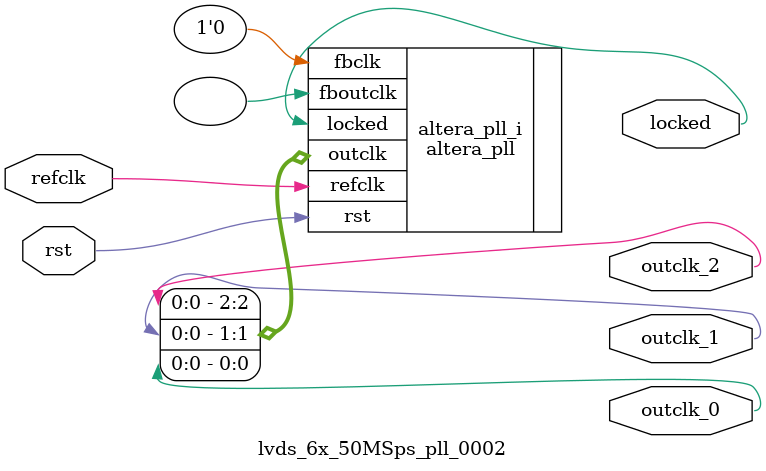
<source format=v>
`timescale 1ns/10ps
module  lvds_6x_50MSps_pll_0002(

	// interface 'refclk'
	input wire refclk,

	// interface 'reset'
	input wire rst,

	// interface 'outclk0'
	output wire outclk_0,

	// interface 'outclk1'
	output wire outclk_1,

	// interface 'outclk2'
	output wire outclk_2,

	// interface 'locked'
	output wire locked
);

	altera_pll #(
		.fractional_vco_multiplier("false"),
		.reference_clock_frequency("150.0 MHz"),
		.operation_mode("lvds"),
		.number_of_clocks(3),
		.output_clock_frequency0("300.000000 MHz"),
		.phase_shift0("1666 ps"),
		.duty_cycle0(50),
		.output_clock_frequency1("50.000000 MHz"),
		.phase_shift1("13333 ps"),
		.duty_cycle1(17),
		.output_clock_frequency2("50.000000 MHz"),
		.phase_shift2("18333 ps"),
		.duty_cycle2(50),
		.output_clock_frequency3("0 MHz"),
		.phase_shift3("0 ps"),
		.duty_cycle3(50),
		.output_clock_frequency4("0 MHz"),
		.phase_shift4("0 ps"),
		.duty_cycle4(50),
		.output_clock_frequency5("0 MHz"),
		.phase_shift5("0 ps"),
		.duty_cycle5(50),
		.output_clock_frequency6("0 MHz"),
		.phase_shift6("0 ps"),
		.duty_cycle6(50),
		.output_clock_frequency7("0 MHz"),
		.phase_shift7("0 ps"),
		.duty_cycle7(50),
		.output_clock_frequency8("0 MHz"),
		.phase_shift8("0 ps"),
		.duty_cycle8(50),
		.output_clock_frequency9("0 MHz"),
		.phase_shift9("0 ps"),
		.duty_cycle9(50),
		.output_clock_frequency10("0 MHz"),
		.phase_shift10("0 ps"),
		.duty_cycle10(50),
		.output_clock_frequency11("0 MHz"),
		.phase_shift11("0 ps"),
		.duty_cycle11(50),
		.output_clock_frequency12("0 MHz"),
		.phase_shift12("0 ps"),
		.duty_cycle12(50),
		.output_clock_frequency13("0 MHz"),
		.phase_shift13("0 ps"),
		.duty_cycle13(50),
		.output_clock_frequency14("0 MHz"),
		.phase_shift14("0 ps"),
		.duty_cycle14(50),
		.output_clock_frequency15("0 MHz"),
		.phase_shift15("0 ps"),
		.duty_cycle15(50),
		.output_clock_frequency16("0 MHz"),
		.phase_shift16("0 ps"),
		.duty_cycle16(50),
		.output_clock_frequency17("0 MHz"),
		.phase_shift17("0 ps"),
		.duty_cycle17(50),
		.pll_type("General"),
		.pll_subtype("General")
	) altera_pll_i (
		.rst	(rst),
		.outclk	({outclk_2, outclk_1, outclk_0}),
		.locked	(locked),
		.fboutclk	( ),
		.fbclk	(1'b0),
		.refclk	(refclk)
	);
endmodule


</source>
